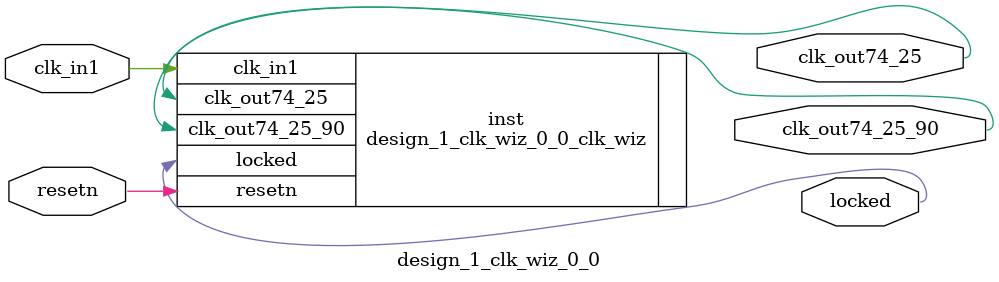
<source format=v>


`timescale 1ps/1ps

(* CORE_GENERATION_INFO = "design_1_clk_wiz_0_0,clk_wiz_v6_0_5_0_0,{component_name=design_1_clk_wiz_0_0,use_phase_alignment=true,use_min_o_jitter=false,use_max_i_jitter=false,use_dyn_phase_shift=false,use_inclk_switchover=false,use_dyn_reconfig=false,enable_axi=0,feedback_source=FDBK_AUTO,PRIMITIVE=MMCM,num_out_clk=2,clkin1_period=10.000,clkin2_period=10.000,use_power_down=false,use_reset=true,use_locked=true,use_inclk_stopped=false,feedback_type=SINGLE,CLOCK_MGR_TYPE=NA,manual_override=false}" *)

module design_1_clk_wiz_0_0 
 (
  // Clock out ports
  output        clk_out74_25,
  output        clk_out74_25_90,
  // Status and control signals
  input         resetn,
  output        locked,
 // Clock in ports
  input         clk_in1
 );

  design_1_clk_wiz_0_0_clk_wiz inst
  (
  // Clock out ports  
  .clk_out74_25(clk_out74_25),
  .clk_out74_25_90(clk_out74_25_90),
  // Status and control signals               
  .resetn(resetn), 
  .locked(locked),
 // Clock in ports
  .clk_in1(clk_in1)
  );

endmodule

</source>
